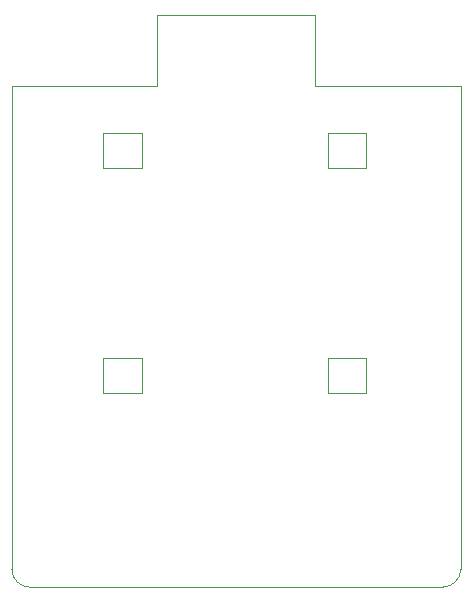
<source format=gm1>
G04 #@! TF.GenerationSoftware,KiCad,Pcbnew,7.0.8*
G04 #@! TF.CreationDate,2023-10-19T20:53:46-07:00*
G04 #@! TF.ProjectId,Seismos_4-Thumb,53656973-6d6f-4735-9f34-2d5468756d62,rev?*
G04 #@! TF.SameCoordinates,Original*
G04 #@! TF.FileFunction,Profile,NP*
%FSLAX46Y46*%
G04 Gerber Fmt 4.6, Leading zero omitted, Abs format (unit mm)*
G04 Created by KiCad (PCBNEW 7.0.8) date 2023-10-19 20:53:46*
%MOMM*%
%LPD*%
G01*
G04 APERTURE LIST*
G04 #@! TA.AperFunction,Profile*
%ADD10C,0.100000*%
G04 #@! TD*
G04 #@! TA.AperFunction,Profile*
%ADD11C,0.120000*%
G04 #@! TD*
G04 APERTURE END LIST*
D10*
X37500000Y-71939340D02*
X37500000Y-31000000D01*
X74000000Y-73439340D02*
X39000000Y-73439340D01*
X37500060Y-71939340D02*
G75*
G03*
X39000000Y-73439340I1499940J-60D01*
G01*
X49800000Y-25000000D02*
X49800000Y-31000000D01*
X47000000Y-31000000D02*
X49800000Y-31000000D01*
X66000000Y-31000000D02*
X63200000Y-31000000D01*
X47000000Y-31000000D02*
X37500000Y-31000000D01*
X66000000Y-31000000D02*
X75500000Y-31000000D01*
X74000000Y-73439400D02*
G75*
G03*
X75500000Y-71939340I-100J1500100D01*
G01*
X75500000Y-31000000D02*
X75500000Y-71939340D01*
X63200000Y-31000000D02*
X63200000Y-25000000D01*
X49800000Y-25000000D02*
X63200000Y-25000000D01*
D11*
X45238000Y-54008600D02*
X48478000Y-54008600D01*
X48478000Y-54008600D02*
X48478000Y-56995400D01*
X48478000Y-56995400D02*
X45238000Y-56995400D01*
X45238000Y-56995400D02*
X45238000Y-54008600D01*
X45238000Y-35008600D02*
X48478000Y-35008600D01*
X48478000Y-35008600D02*
X48478000Y-37995400D01*
X48478000Y-37995400D02*
X45238000Y-37995400D01*
X45238000Y-37995400D02*
X45238000Y-35008600D01*
X64238000Y-54008600D02*
X67478000Y-54008600D01*
X67478000Y-54008600D02*
X67478000Y-56995400D01*
X67478000Y-56995400D02*
X64238000Y-56995400D01*
X64238000Y-56995400D02*
X64238000Y-54008600D01*
X64238000Y-35008600D02*
X67478000Y-35008600D01*
X67478000Y-35008600D02*
X67478000Y-37995400D01*
X67478000Y-37995400D02*
X64238000Y-37995400D01*
X64238000Y-37995400D02*
X64238000Y-35008600D01*
M02*

</source>
